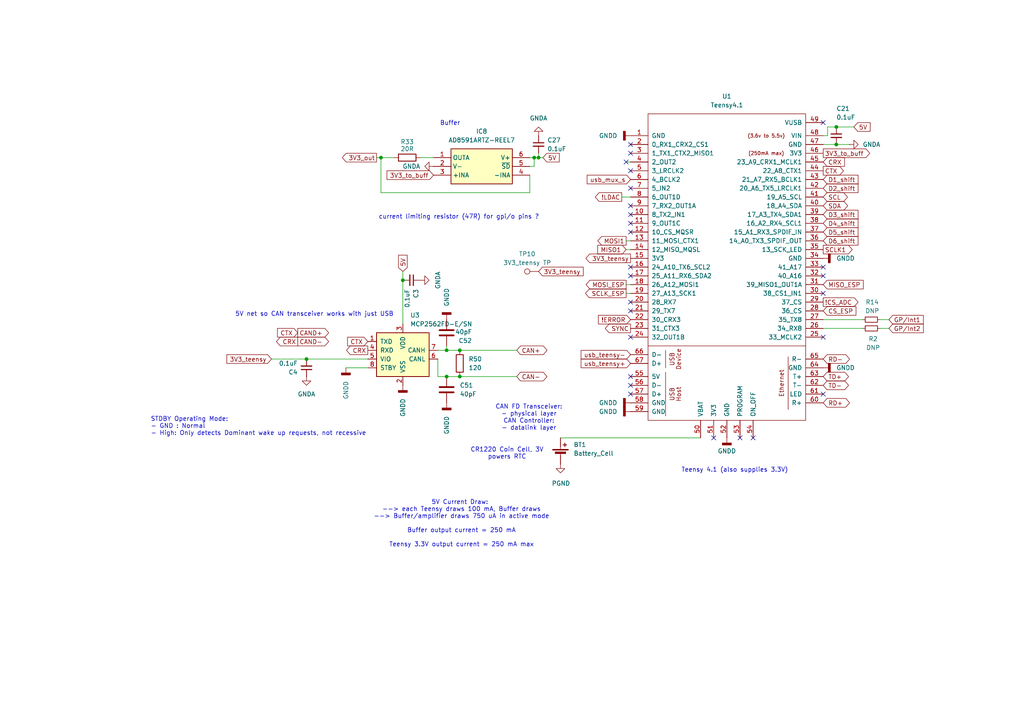
<source format=kicad_sch>
(kicad_sch (version 20250114) (generator "eeschema") (generator_version "9.0")
  (paper "A4")
  (lib_symbols
    (symbol "22XT_Main:AD8591ARTZ-REEL7"
      (property "Reference" "IC" (at 24.13 7.62 0))
      (property "Value" "AD8591ARTZ-REEL7" (at 24.13 5.08 0))
      (symbol "AD8591ARTZ-REEL7_1_1"
        (rectangle (start 5.08 2.54) (end 22.86 -7.62) (stroke (width 0.254)) (fill (type background)))
        (pin passive line (at 0 0 0) (length 5.08) (name "OUTA") (number "1"))
        (pin passive line (at 0 -2.54 0) (length 5.08) (name "V-") (number "2"))
        (pin passive line (at 0 -5.08 0) (length 5.08) (name "+INA") (number "3"))
        (pin passive line (at 27.94 0 180) (length 5.08) (name "V+") (number "6"))
        (pin passive line (at 27.94 -2.54 180) (length 5.08) (name "~{SD}") (number "5"))
        (pin passive line (at 27.94 -5.08 180) (length 5.08) (name "-INA") (number "4"))
      )
    )
    (symbol "22XT_Main:Teensy4.1" (pin_names (offset 1.016))
      (property "Reference" "U" (at 0 64.77 0))
      (property "Value" "Teensy4.1" (at 0 62.23 0))
      (symbol "Teensy4.1_0_0"
        (polyline (pts (xy -22.86 -6.35) (xy 22.86 -6.35)))
        (polyline (pts (xy -17.78 -7.62) (xy -17.78 -12.7)))
        (polyline (pts (xy -17.78 -26.67) (xy -17.78 -13.97)))
        (polyline (pts (xy 17.78 -9.525) (xy 17.78 -24.765)))
        (text "USB" (at -15.875 -10.16 900) (effects (font (size 1.27 1.27))))
        (text "USB" (at -15.875 -20.32 900) (effects (font (size 1.27 1.27))))
        (text "Device" (at -13.97 -10.16 900) (effects (font (size 1.27 1.27))))
        (text "Host" (at -13.97 -20.32 900) (effects (font (size 1.27 1.27))))
        (text "(3.6v to 5.5v)" (at 11.43 54.61 0) (effects (font (size 1.016 1.016))))
        (text "(250mA max)" (at 11.43 49.53 0) (effects (font (size 1.016 1.016))))
        (text "Ethernet" (at 15.875 -17.145 900) (effects (font (size 1.27 1.27))))
        (pin bidirectional line (at -27.94 44.45 0) (length 5.08) (name "3_LRCLK2") (number "5"))
        (pin bidirectional line (at -27.94 41.91 0) (length 5.08) (name "4_BCLK2") (number "6"))
        (pin bidirectional line (at -27.94 39.37 0) (length 5.08) (name "5_IN2") (number "7"))
        (pin bidirectional line (at -27.94 36.83 0) (length 5.08) (name "6_OUT1D") (number "8"))
        (pin bidirectional line (at -27.94 34.29 0) (length 5.08) (name "7_RX2_OUT1A") (number "9"))
        (pin bidirectional line (at -27.94 31.75 0) (length 5.08) (name "8_TX2_IN1") (number "10"))
        (pin bidirectional line (at -27.94 29.21 0) (length 5.08) (name "9_OUT1C") (number "11"))
        (pin bidirectional line (at -27.94 26.67 0) (length 5.08) (name "10_CS_MQSR") (number "12"))
        (pin bidirectional line (at -27.94 24.13 0) (length 5.08) (name "11_MOSI_CTX1") (number "13"))
        (pin bidirectional line (at -27.94 21.59 0) (length 5.08) (name "12_MISO_MQSL") (number "14"))
        (pin power_in line (at -27.94 19.05 0) (length 5.08) (name "3V3") (number "15"))
        (pin bidirectional line (at -27.94 16.51 0) (length 5.08) (name "24_A10_TX6_SCL2") (number "16"))
        (pin bidirectional line (at -27.94 13.97 0) (length 5.08) (name "25_A11_RX6_SDA2") (number "17"))
        (pin bidirectional line (at -27.94 11.43 0) (length 5.08) (name "26_A12_MOSI1") (number "18"))
        (pin bidirectional line (at -27.94 8.89 0) (length 5.08) (name "27_A13_SCK1") (number "19"))
        (pin bidirectional line (at -27.94 6.35 0) (length 5.08) (name "28_RX7") (number "20"))
        (pin bidirectional line (at -27.94 3.81 0) (length 5.08) (name "29_TX7") (number "21"))
        (pin bidirectional line (at -27.94 1.27 0) (length 5.08) (name "30_CRX3") (number "22"))
        (pin bidirectional line (at -27.94 -1.27 0) (length 5.08) (name "31_CTX3") (number "23"))
        (pin bidirectional line (at -27.94 -3.81 0) (length 5.08) (name "32_OUT1B") (number "24"))
        (pin bidirectional line (at -27.94 -8.89 0) (length 5.08) (name "D-") (number "66"))
        (pin bidirectional line (at -27.94 -11.43 0) (length 5.08) (name "D+") (number "67"))
        (pin power_out line (at -27.94 -15.24 0) (length 5.08) (name "5V") (number "55"))
        (pin bidirectional line (at -27.94 -17.78 0) (length 5.08) (name "D-") (number "56"))
        (pin bidirectional line (at -27.94 -20.32 0) (length 5.08) (name "D+") (number "57"))
        (pin power_in line (at -27.94 -22.86 0) (length 5.08) (name "GND") (number "58"))
        (pin power_in line (at -27.94 -25.4 0) (length 5.08) (name "GND") (number "59"))
        (pin power_in line (at -7.62 -33.02 90) (length 5.08) (name "VBAT") (number "50"))
        (pin power_in line (at -3.81 -33.02 90) (length 5.08) (name "3V3") (number "51"))
        (pin input line (at 0 -33.02 90) (length 5.08) (name "GND") (number "52"))
        (pin input line (at 3.81 -33.02 90) (length 5.08) (name "PROGRAM") (number "53"))
        (pin input line (at 7.62 -33.02 90) (length 5.08) (name "ON_OFF") (number "54"))
        (pin power_out line (at 27.94 58.42 180) (length 5.08) (name "VUSB") (number "49"))
        (pin power_in line (at 27.94 54.61 180) (length 5.08) (name "VIN") (number "48"))
        (pin output line (at 27.94 52.07 180) (length 5.08) (name "GND") (number "47"))
        (pin output line (at 27.94 49.53 180) (length 5.08) (name "3V3") (number "46"))
        (pin bidirectional line (at 27.94 46.99 180) (length 5.08) (name "23_A9_CRX1_MCLK1") (number "45"))
        (pin bidirectional line (at 27.94 44.45 180) (length 5.08) (name "22_A8_CTX1") (number "44"))
        (pin bidirectional line (at 27.94 41.91 180) (length 5.08) (name "21_A7_RX5_BCLK1") (number "43"))
        (pin bidirectional line (at 27.94 39.37 180) (length 5.08) (name "20_A6_TX5_LRCLK1") (number "42"))
        (pin bidirectional line (at 27.94 36.83 180) (length 5.08) (name "19_A5_SCL") (number "41"))
        (pin bidirectional line (at 27.94 34.29 180) (length 5.08) (name "18_A4_SDA") (number "40"))
        (pin bidirectional line (at 27.94 31.75 180) (length 5.08) (name "17_A3_TX4_SDA1") (number "39"))
        (pin bidirectional line (at 27.94 29.21 180) (length 5.08) (name "16_A2_RX4_SCL1") (number "38"))
        (pin bidirectional line (at 27.94 26.67 180) (length 5.08) (name "15_A1_RX3_SPDIF_IN") (number "37"))
        (pin bidirectional line (at 27.94 24.13 180) (length 5.08) (name "14_A0_TX3_SPDIF_OUT") (number "36"))
        (pin bidirectional line (at 27.94 21.59 180) (length 5.08) (name "13_SCK_LED") (number "35"))
        (pin bidirectional line (at 27.94 16.51 180) (length 5.08) (name "41_A17") (number "33"))
        (pin bidirectional line (at 27.94 13.97 180) (length 5.08) (name "40_A16") (number "32"))
        (pin bidirectional line (at 27.94 11.43 180) (length 5.08) (name "39_MISO1_OUT1A") (number "31"))
        (pin bidirectional line (at 27.94 8.89 180) (length 5.08) (name "38_CS1_IN1") (number "30"))
        (pin bidirectional line (at 27.94 6.35 180) (length 5.08) (name "37_CS") (number "29"))
        (pin bidirectional line (at 27.94 3.81 180) (length 5.08) (name "36_CS") (number "28"))
        (pin bidirectional line (at 27.94 1.27 180) (length 5.08) (name "35_TX8") (number "27"))
        (pin bidirectional line (at 27.94 -1.27 180) (length 5.08) (name "34_RX8") (number "26"))
        (pin bidirectional line (at 27.94 -3.81 180) (length 5.08) (name "33_MCLK2") (number "25"))
        (pin bidirectional line (at 27.94 -10.16 180) (length 5.08) (name "R-") (number "65"))
        (pin power_in line (at 27.94 -12.7 180) (length 5.08) (name "GND") (number "64"))
        (pin bidirectional line (at 27.94 -15.24 180) (length 5.08) (name "T+") (number "63"))
        (pin bidirectional line (at 27.94 -17.78 180) (length 5.08) (name "T-") (number "62"))
        (pin bidirectional line (at 27.94 -20.32 180) (length 5.08) (name "LED") (number "61"))
        (pin bidirectional line (at 27.94 -22.86 180) (length 5.08) (name "R+") (number "60"))
      )
      (symbol "Teensy4.1_0_1"
        (rectangle (start -22.86 60.96) (end 22.86 -27.94))
        (rectangle (start -20.32 -1.27) (end -20.32 -1.27))
      )
      (symbol "Teensy4.1_1_1"
        (pin power_in line (at -27.94 54.61 0) (length 5.08) (name "GND") (number "1"))
        (pin bidirectional line (at -27.94 52.07 0) (length 5.08) (name "0_RX1_CRX2_CS1") (number "2"))
        (pin bidirectional line (at -27.94 49.53 0) (length 5.08) (name "1_TX1_CTX2_MISO1") (number "3"))
        (pin bidirectional line (at -27.94 46.99 0) (length 5.08) (name "2_OUT2") (number "4"))
        (pin power_in line (at 27.94 19.05 180) (length 5.08) (name "GND") (number "34"))
      )
    )
    (symbol "Connector:TestPoint" (pin_numbers (hide yes)) (pin_names (offset 0.762) (hide yes))
      (property "Reference" "TP" (at 0 6.858 0))
      (property "Value" "TestPoint" (at 0 5.08 0))
      (symbol "TestPoint_0_1"
        (circle (center 0 3.302) (radius 0.762))
      )
      (symbol "TestPoint_1_1"
        (pin passive line (at 0 0 90) (length 2.54) (name "1") (number "1"))
      )
    )
    (symbol "Device:Battery_Cell" (pin_numbers (hide yes)) (pin_names (offset 0) (hide yes))
      (property "Reference" "BT" (at 2.54 2.54 0))
      (property "Value" "Battery_Cell" (at 2.54 0 0))
      (symbol "Battery_Cell_0_1"
        (rectangle (start -2.286 1.778) (end 2.286 1.524) (fill (type outline)))
        (rectangle (start -1.524 1.016) (end 1.524 0.508) (fill (type outline)))
        (polyline (pts (xy 0 1.778) (xy 0 2.54)))
        (polyline (pts (xy 0 0.762) (xy 0 0)))
        (polyline (pts (xy 0.762 3.048) (xy 1.778 3.048)) (stroke (width 0.254)))
        (polyline (pts (xy 1.27 3.556) (xy 1.27 2.54)) (stroke (width 0.254)))
      )
      (symbol "Battery_Cell_1_1"
        (pin passive line (at 0 5.08 270) (length 2.54) (name "+") (number "1"))
        (pin passive line (at 0 -2.54 90) (length 2.54) (name "-") (number "2"))
      )
    )
    (symbol "Device:C" (pin_numbers (hide yes)) (pin_names (offset 0.254))
      (property "Reference" "C" (at 0.635 2.54 0))
      (property "Value" "C" (at 0.635 -2.54 0))
      (symbol "C_0_1"
        (polyline (pts (xy -2.032 0.762) (xy 2.032 0.762)) (stroke (width 0.508)))
        (polyline (pts (xy -2.032 -0.762) (xy 2.032 -0.762)) (stroke (width 0.508)))
      )
      (symbol "C_1_1"
        (pin passive line (at 0 3.81 270) (length 2.794) (name "~") (number "1"))
        (pin passive line (at 0 -3.81 90) (length 2.794) (name "~") (number "2"))
      )
    )
    (symbol "Device:C_Small" (pin_numbers (hide yes)) (pin_names (offset 0.254) (hide yes))
      (property "Reference" "C" (at 0.254 1.778 0))
      (property "Value" "C_Small" (at 0.254 -2.032 0))
      (symbol "C_Small_0_1"
        (polyline (pts (xy -1.524 0.508) (xy 1.524 0.508)) (stroke (width 0.3048)))
        (polyline (pts (xy -1.524 -0.508) (xy 1.524 -0.508)) (stroke (width 0.3302)))
      )
      (symbol "C_Small_1_1"
        (pin passive line (at 0 2.54 270) (length 2.032) (name "~") (number "1"))
        (pin passive line (at 0 -2.54 90) (length 2.032) (name "~") (number "2"))
      )
    )
    (symbol "Device:R" (pin_numbers (hide yes)) (pin_names (offset 0))
      (property "Reference" "R" (at 2.032 0 90))
      (property "Value" "R" (at 0 0 90))
      (symbol "R_0_1"
        (rectangle (start -1.016 -2.54) (end 1.016 2.54) (stroke (width 0.254)))
      )
      (symbol "R_1_1"
        (pin passive line (at 0 3.81 270) (length 1.27) (name "~") (number "1"))
        (pin passive line (at 0 -3.81 90) (length 1.27) (name "~") (number "2"))
      )
    )
    (symbol "Device:R_Small" (pin_numbers (hide yes)) (pin_names (offset 0.254) (hide yes))
      (property "Reference" "R" (at 0.762 0.508 0))
      (property "Value" "R_Small" (at 0.762 -1.016 0))
      (symbol "R_Small_0_1"
        (rectangle (start -0.762 1.778) (end 0.762 -1.778) (stroke (width 0.2032)))
      )
      (symbol "R_Small_1_1"
        (pin passive line (at 0 2.54 270) (length 0.762) (name "~") (number "1"))
        (pin passive line (at 0 -2.54 90) (length 0.762) (name "~") (number "2"))
      )
    )
    (symbol "Interface_CAN_LIN:SN65HVD230" (pin_names (offset 1.016))
      (property "Reference" "U3" (at 2.1433 10.16 0))
      (property "Value" "MCP2562FD-E/SN" (at 2.1433 7.62 0))
      (symbol "SN65HVD230_0_1"
        (rectangle (start -7.62 5.08) (end 7.62 -7.62) (stroke (width 0.254)) (fill (type background)))
      )
      (symbol "SN65HVD230_1_1"
        (pin input line (at -10.16 2.54 0) (length 2.54) (name "TXD") (number "1"))
        (pin output line (at -10.16 0 0) (length 2.54) (name "RXD") (number "4"))
        (pin output line (at -10.16 -2.54 0) (length 2.54) (name "VIO") (number "5"))
        (pin input line (at -10.16 -5.08 0) (length 2.54) (name "STBY") (number "8"))
        (pin power_in line (at 0 7.62 270) (length 2.54) (name "VDD") (number "3"))
        (pin power_in line (at 0 -10.16 90) (length 2.54) (name "VSS") (number "2"))
        (pin bidirectional line (at 10.16 0 180) (length 2.54) (name "CANH") (number "7"))
        (pin bidirectional line (at 10.16 -2.54 180) (length 2.54) (name "CANL") (number "6"))
      )
    )
    (symbol "power:GND" (power) (pin_numbers (hide yes)) (pin_names (offset 0) (hide yes))
      (property "Value" "GND" (at 0 -3.81 0))
      (symbol "GND_0_1"
        (polyline (pts (xy 0 0) (xy 0 -1.27) (xy 1.27 -1.27) (xy 0 -2.54) (xy -1.27 -1.27) (xy 0 -1.27)))
      )
      (symbol "GND_1_1"
        (pin power_in line (at 0 0 270) (length 0) (name "~") (number "1"))
      )
    )
    (symbol "power:GNDA" (power) (pin_numbers (hide yes)) (pin_names (offset 0) (hide yes))
      (property "Value" "GNDA" (at 0 -3.81 0))
      (symbol "GNDA_0_1"
        (polyline (pts (xy 0 0) (xy 0 -1.27) (xy 1.27 -1.27) (xy 0 -2.54) (xy -1.27 -1.27) (xy 0 -1.27)))
      )
      (symbol "GNDA_1_1"
        (pin power_in line (at 0 0 270) (length 0) (name "~") (number "1"))
      )
    )
    (symbol "power:GNDD" (power) (pin_numbers (hide yes)) (pin_names (offset 0) (hide yes))
      (property "Value" "GNDD" (at 0 -3.175 0))
      (symbol "GNDD_0_1"
        (rectangle (start -1.27 -1.524) (end 1.27 -2.032) (stroke (width 0.254)) (fill (type outline)))
        (polyline (pts (xy 0 0) (xy 0 -1.524)))
      )
      (symbol "GNDD_1_1"
        (pin power_in line (at 0 0 270) (length 0) (name "~") (number "1"))
      )
    )
  )
  (text "Buffer\n" (at 130.556 35.814 0) (effects (font (size 1.27 1.27))))
  (text "5V Current Draw: \n--> each Teensy draws 100 mA, Buffer draws\n--> Buffer/amplifier draws 750 uA in active mode\n\nBuffer output current = 250 mA\n\nTeensy 3.3V output current = 250 mA max\n" (at 133.858 151.892 0) (effects (font (size 1.27 1.27))))
  (text "STDBY Operating Mode:\n- GND : Normal \n- High: Only detects Dominant wake up requests, not recessive" (at 43.688 123.698 0) (effects (font (size 1.27 1.27)) (justify left)))
  (text "CR1220 Coin Cell, 3V\npowers RTC" (at 147.066 131.572 0) (effects (font (size 1.27 1.27))))
  (text "Teensy 4.1 (also supplies 3.3V)" (at 213.106 136.398 0) (effects (font (size 1.27 1.27))))
  (text "5V net so CAN transceiver works with just USB" (at 91.186 91.186 0) (effects (font (size 1.27 1.27))))
  (text "CAN FD Transceiver:\n- physical layer\nCAN Controller:\n- datalink layer" (at 153.416 121.158 0) (effects (font (size 1.27 1.27))))
  (text "current limiting resistor (47R) for gpi/o pins ?" (at 133.096 62.992 0) (effects (font (size 1.27 1.27))))
  (junction (at 129.54 109.22))
  (junction (at 88.9 104.14))
  (junction (at 242.57 36.83))
  (junction (at 116.84 81.28))
  (junction (at 129.54 101.6))
  (junction (at 156.21 45.72))
  (junction (at 242.57 41.91))
  (junction (at 154.94 45.72))
  (junction (at 133.35 101.6))
  (junction (at 133.35 109.22))
  (junction (at 110.49 45.72))
  (no_connect (at 182.88 62.23))
  (no_connect (at 182.88 109.22))
  (no_connect (at 238.76 85.09))
  (no_connect (at 238.76 35.56))
  (no_connect (at 182.88 114.3))
  (no_connect (at 182.88 41.91))
  (no_connect (at 182.88 49.53))
  (no_connect (at 182.88 54.61))
  (no_connect (at 218.44 127))
  (no_connect (at 238.76 114.3))
  (no_connect (at 182.88 77.47))
  (no_connect (at 207.01 127))
  (no_connect (at 238.76 80.01))
  (no_connect (at 182.88 64.77))
  (no_connect (at 182.88 97.79))
  (no_connect (at 214.63 127))
  (no_connect (at 181.61 46.99))
  (no_connect (at 238.76 77.47))
  (no_connect (at 238.76 97.79))
  (no_connect (at 182.88 44.45))
  (no_connect (at 182.88 111.76))
  (no_connect (at 182.88 59.69))
  (no_connect (at 182.88 80.01))
  (no_connect (at 182.88 90.17))
  (no_connect (at 182.88 67.31))
  (no_connect (at 182.88 87.63))
  (wire (pts (xy 250.19 92.71) (xy 238.76 92.71)))
  (wire (pts (xy 133.35 109.22) (xy 129.54 109.22)))
  (wire (pts (xy 156.21 44.45) (xy 156.21 45.72)))
  (wire (pts (xy 121.92 45.72) (xy 125.73 45.72)))
  (wire (pts (xy 110.49 45.72) (xy 110.49 55.88)))
  (wire (pts (xy 153.67 50.8) (xy 153.67 55.88)))
  (wire (pts (xy 88.9 104.14) (xy 106.68 104.14)))
  (wire (pts (xy 153.67 45.72) (xy 154.94 45.72)))
  (wire (pts (xy 149.86 101.6) (xy 133.35 101.6)))
  (wire (pts (xy 100.33 106.68) (xy 106.68 106.68)))
  (wire (pts (xy 154.94 45.72) (xy 154.94 48.26)))
  (wire (pts (xy 246.38 41.91) (xy 242.57 41.91)))
  (wire (pts (xy 129.54 101.6) (xy 127 101.6)))
  (wire (pts (xy 114.3 45.72) (xy 110.49 45.72)))
  (wire (pts (xy 109.22 45.72) (xy 110.49 45.72)))
  (wire (pts (xy 180.34 57.15) (xy 182.88 57.15)))
  (wire (pts (xy 242.57 41.91) (xy 238.76 41.91)))
  (wire (pts (xy 127 109.22) (xy 127 104.14)))
  (wire (pts (xy 133.35 101.6) (xy 129.54 101.6)))
  (wire (pts (xy 162.56 127) (xy 203.2 127)))
  (wire (pts (xy 156.21 45.72) (xy 157.48 45.72)))
  (wire (pts (xy 78.74 104.14) (xy 88.9 104.14)))
  (wire (pts (xy 116.84 78.74) (xy 116.84 81.28)))
  (wire (pts (xy 242.57 36.83) (xy 240.03 36.83)))
  (wire (pts (xy 129.54 109.22) (xy 127 109.22)))
  (wire (pts (xy 255.27 95.25) (xy 257.81 95.25)))
  (wire (pts (xy 181.61 69.85) (xy 182.88 69.85)))
  (wire (pts (xy 116.84 81.28) (xy 116.84 93.98)))
  (wire (pts (xy 255.27 92.71) (xy 257.81 92.71)))
  (wire (pts (xy 129.54 100.33) (xy 129.54 101.6)))
  (wire (pts (xy 181.61 72.39) (xy 182.88 72.39)))
  (wire (pts (xy 181.61 85.09) (xy 182.88 85.09)))
  (wire (pts (xy 247.65 36.83) (xy 242.57 36.83)))
  (wire (pts (xy 181.61 82.55) (xy 182.88 82.55)))
  (wire (pts (xy 240.03 39.37) (xy 238.76 39.37)))
  (wire (pts (xy 250.19 95.25) (xy 238.76 95.25)))
  (wire (pts (xy 181.61 46.99) (xy 182.88 46.99)))
  (wire (pts (xy 154.94 48.26) (xy 153.67 48.26)))
  (wire (pts (xy 153.67 55.88) (xy 110.49 55.88)))
  (wire (pts (xy 149.86 109.22) (xy 133.35 109.22)))
  (wire (pts (xy 154.94 45.72) (xy 156.21 45.72)))
  (wire (pts (xy 240.03 36.83) (xy 240.03 39.37)))
  (global_label "MISO_ESP" (shape input) (at 238.76 82.55 0) (property "Intersheetrefs" "${INTERSHEET_REFS}" (effects (hide yes))))
  (global_label "RD+" (shape bidirectional) (at 238.76 116.84 0) (property "Intersheetrefs" "${INTERSHEET_REFS}" (effects (hide yes))))
  (global_label "usb_mux_s" (shape input) (at 182.88 52.07 180) (property "Intersheetrefs" "${INTERSHEET_REFS}" (effects (hide yes))))
  (global_label "D1_shift" (shape input) (at 238.76 52.07 0) (property "Intersheetrefs" "${INTERSHEET_REFS}" (effects (hide yes))))
  (global_label "CTX" (shape output) (at 238.76 49.53 0) (property "Intersheetrefs" "${INTERSHEET_REFS}" (effects (hide yes))))
  (global_label "TD-" (shape bidirectional) (at 238.76 111.76 0) (property "Intersheetrefs" "${INTERSHEET_REFS}" (effects (hide yes))))
  (global_label "D6_shift" (shape input) (at 238.76 69.85 0) (property "Intersheetrefs" "${INTERSHEET_REFS}" (effects (hide yes))))
  (global_label "!ERROR" (shape input) (at 182.88 92.71 180) (property "Intersheetrefs" "${INTERSHEET_REFS}" (effects (hide yes))))
  (global_label "CRX" (shape output) (at 106.68 101.6 180) (property "Intersheetrefs" "${INTERSHEET_REFS}" (effects (hide yes))))
  (global_label "MOSI_ESP" (shape output) (at 181.61 82.55 180) (property "Intersheetrefs" "${INTERSHEET_REFS}" (effects (hide yes))))
  (global_label "CAN+" (shape bidirectional) (at 149.86 101.6 0) (property "Intersheetrefs" "${INTERSHEET_REFS}" (effects (hide yes))))
  (global_label "3V3_to_buff" (shape input) (at 125.73 50.8 180) (property "Intersheetrefs" "${INTERSHEET_REFS}" (effects (hide yes))))
  (global_label "CAN-" (shape bidirectional) (at 149.86 109.22 0) (property "Intersheetrefs" "${INTERSHEET_REFS}" (effects (hide yes))))
  (global_label "TD+" (shape bidirectional) (at 238.76 109.22 0) (property "Intersheetrefs" "${INTERSHEET_REFS}" (effects (hide yes))))
  (global_label "3V3_teensy" (shape input) (at 78.74 104.14 180) (property "Intersheetrefs" "${INTERSHEET_REFS}" (effects (hide yes))))
  (global_label "3V3_teensy" (shape input) (at 156.21 78.74 0) (property "Intersheetrefs" "${INTERSHEET_REFS}" (effects (hide yes))))
  (global_label "SCLK_ESP" (shape output) (at 181.61 85.09 180) (property "Intersheetrefs" "${INTERSHEET_REFS}" (effects (hide yes))))
  (global_label "usb_teensy-" (shape input) (at 182.88 102.87 180) (property "Intersheetrefs" "${INTERSHEET_REFS}" (effects (hide yes))))
  (global_label "SCL" (shape bidirectional) (at 238.76 57.15 0) (property "Intersheetrefs" "${INTERSHEET_REFS}" (effects (hide yes))))
  (global_label "usb_teensy+" (shape input) (at 182.88 105.41 180) (property "Intersheetrefs" "${INTERSHEET_REFS}" (effects (hide yes))))
  (global_label "CS_ESP" (shape input) (at 238.76 90.17 0) (property "Intersheetrefs" "${INTERSHEET_REFS}" (effects (hide yes))))
  (global_label "!LDAC" (shape output) (at 180.34 57.15 180) (property "Intersheetrefs" "${INTERSHEET_REFS}" (effects (hide yes))))
  (global_label "5V" (shape input) (at 247.65 36.83 0) (property "Intersheetrefs" "${INTERSHEET_REFS}" (effects (hide yes))))
  (global_label "3V3_to_buff" (shape output) (at 238.76 44.45 0) (property "Intersheetrefs" "${INTERSHEET_REFS}" (effects (hide yes))))
  (global_label "SDA" (shape bidirectional) (at 238.76 59.69 0) (property "Intersheetrefs" "${INTERSHEET_REFS}" (effects (hide yes))))
  (global_label "CTX" (shape input) (at 106.68 99.06 180) (property "Intersheetrefs" "${INTERSHEET_REFS}" (effects (hide yes))))
  (global_label "D4_shift" (shape input) (at 238.76 64.77 0) (property "Intersheetrefs" "${INTERSHEET_REFS}" (effects (hide yes))))
  (global_label "CAND+" (shape output) (at 86.36 96.52 0) (property "Intersheetrefs" "${INTERSHEET_REFS}" (effects (hide yes))))
  (global_label "MOSI1" (shape output) (at 181.61 69.85 180) (property "Intersheetrefs" "${INTERSHEET_REFS}" (effects (hide yes))))
  (global_label "RD-" (shape bidirectional) (at 238.76 104.14 0) (property "Intersheetrefs" "${INTERSHEET_REFS}" (effects (hide yes))))
  (global_label "!CS_ADC" (shape output) (at 238.76 87.63 0) (property "Intersheetrefs" "${INTERSHEET_REFS}" (effects (hide yes))))
  (global_label "5V" (shape input) (at 157.48 45.72 0) (property "Intersheetrefs" "${INTERSHEET_REFS}" (effects (hide yes))))
  (global_label "CTX" (shape input) (at 86.36 96.52 180) (property "Intersheetrefs" "${INTERSHEET_REFS}" (effects (hide yes))))
  (global_label "GP{slash}Int2" (shape input) (at 257.81 95.25 0) (property "Intersheetrefs" "${INTERSHEET_REFS}" (effects (hide yes))))
  (global_label "SYNC" (shape output) (at 182.88 95.25 180) (property "Intersheetrefs" "${INTERSHEET_REFS}" (effects (hide yes))))
  (global_label "MISO1" (shape input) (at 181.61 72.39 180) (property "Intersheetrefs" "${INTERSHEET_REFS}" (effects (hide yes))))
  (global_label "CRX" (shape input) (at 238.76 46.99 0) (property "Intersheetrefs" "${INTERSHEET_REFS}" (effects (hide yes))))
  (global_label "CAND-" (shape output) (at 86.36 99.06 0) (property "Intersheetrefs" "${INTERSHEET_REFS}" (effects (hide yes))))
  (global_label "3V3_teensy" (shape output) (at 182.88 74.93 180) (property "Intersheetrefs" "${INTERSHEET_REFS}" (effects (hide yes))))
  (global_label "D2_shift" (shape input) (at 238.76 54.61 0) (property "Intersheetrefs" "${INTERSHEET_REFS}" (effects (hide yes))))
  (global_label "D5_shift" (shape input) (at 238.76 67.31 0) (property "Intersheetrefs" "${INTERSHEET_REFS}" (effects (hide yes))))
  (global_label "CRX" (shape output) (at 86.36 99.06 180) (property "Intersheetrefs" "${INTERSHEET_REFS}" (effects (hide yes))))
  (global_label "3V3_out" (shape output) (at 109.22 45.72 180) (property "Intersheetrefs" "${INTERSHEET_REFS}" (effects (hide yes))))
  (global_label "GP{slash}Int1" (shape input) (at 257.81 92.71 0) (property "Intersheetrefs" "${INTERSHEET_REFS}" (effects (hide yes))))
  (global_label "D3_shift" (shape input) (at 238.76 62.23 0) (property "Intersheetrefs" "${INTERSHEET_REFS}" (effects (hide yes))))
  (global_label "SCLK1" (shape output) (at 238.76 72.39 0) (property "Intersheetrefs" "${INTERSHEET_REFS}" (effects (hide yes))))
  (global_label "5V" (shape input) (at 116.84 78.74 90) (property "Intersheetrefs" "${INTERSHEET_REFS}" (effects (hide yes))))
  (symbol (lib_id "power:GNDA") (at 121.92 81.28 90) (unit 1)
    (property "Reference" "#PWR02" (effects (hide yes)))
    (property "Value" "GNDA" (at 127 81.28 0))
    (property "Description" "Power symbol creates a global label with name \"GNDA\" , analog ground" (effects (hide yes)))
  )
  (symbol (lib_id "Device:Battery_Cell") (at 162.56 132.08 0) (unit 1)
    (property "Reference" "BT1" (at 166.37 128.9684 0) (effects (justify left)))
    (property "Value" "Battery_Cell" (at 166.37 131.5084 0) (effects (justify left)))
    (property "Footprint" "Battery:BatteryHolder_LINX_BAT-HLD-012-SMT" (effects (hide yes)))
    (property "Description" "Single-cell battery" (effects (hide yes)))
  )
  (symbol (lib_id "power:GNDD") (at 238.76 106.68 90) (unit 1)
    (property "Reference" "#PWR036" (effects (hide yes)))
    (property "Value" "GNDD" (at 242.57 106.6799 90) (effects (justify right)))
    (property "Description" "Power symbol creates a global label with name \"GNDD\" , digital ground" (effects (hide yes)))
  )
  (symbol (lib_id "power:GNDD") (at 129.54 116.84 0) (unit 1)
    (property "Reference" "#PWR096" (effects (hide yes)))
    (property "Value" "GNDD" (at 129.5399 120.65 90) (effects (justify right)))
    (property "Description" "Power symbol creates a global label with name \"GNDD\" , digital ground" (effects (hide yes)))
  )
  (symbol (lib_id "power:GNDD") (at 238.76 74.93 90) (unit 1)
    (property "Reference" "#PWR042" (effects (hide yes)))
    (property "Value" "GNDD" (at 242.57 74.9299 90) (effects (justify right)))
    (property "Description" "Power symbol creates a global label with name \"GNDD\" , digital ground" (effects (hide yes)))
  )
  (symbol (lib_id "power:GNDD") (at 182.88 39.37 270) (unit 1)
    (property "Reference" "#PWR014" (effects (hide yes)))
    (property "Value" "GNDD" (at 179.07 39.3699 90) (effects (justify right)))
    (property "Description" "Power symbol creates a global label with name \"GNDD\" , digital ground" (effects (hide yes)))
  )
  (symbol (lib_id "power:GNDA") (at 162.56 134.62 0) (unit 1)
    (property "Reference" "#PWR076" (effects (hide yes)))
    (property "Value" "PGND" (at 160.02 140.208 0) (effects (justify left)))
    (property "Description" "Power symbol creates a global label with name \"GNDA\" , analog ground" (effects (hide yes)))
  )
  (symbol (lib_id "power:GNDA") (at 125.73 48.26 270) (unit 1)
    (property "Reference" "#PWR034" (effects (hide yes)))
    (property "Value" "GNDA" (at 121.92 48.2599 90) (effects (justify right)))
    (property "Description" "Power symbol creates a global label with name \"GNDA\" , analog ground" (effects (hide yes)))
  )
  (symbol (lib_id "22XT_Main:AD8591ARTZ-REEL7") (at 125.73 45.72 0) (unit 1)
    (property "Reference" "IC8" (at 139.7 38.1 0))
    (property "Value" "AD8591ARTZ-REEL7" (at 139.7 40.64 0))
    (property "Footprint" "22XT_Main:SOT95P280X145-6N" (effects (hide yes)))
    (property "Datasheet" "https://ms.componentsearchengine.com/Datasheets/2/AD8591ARTZ-REEL7.pdf" (effects (hide yes)))
    (property "Description" "AD8591ARTZ-REEL7 Analog Devices, Precision, Op Amp, RRIO, 3MHz 1 MHz, 2.5  6 V, 6-Pin SOT-23 CMOS Single-Supply, Rail-to-Rail Input/Output Operational Amplifiers with Shutdown" (effects (hide yes)))
    (property "Height" "1.45" (effects (hide yes)))
    (property "Mouser Part Number" "584-AD8591ARTZ-R7" (effects (hide yes)))
    (property "Mouser Price/Stock" "https://www.mouser.co.uk/ProductDetail/Analog-Devices/AD8591ARTZ-REEL7?qs=%2FtpEQrCGXCzQDNVfr2%252Bf9g%3D%3D" (effects (hide yes)))
    (property "Manufacturer_Name" "Analog Devices" (effects (hide yes)))
    (property "Manufacturer_Part_Number" "AD8591ARTZ-REEL7" (effects (hide yes)))
  )
  (symbol (lib_id "power:GNDD") (at 210.82 127 0) (unit 1)
    (property "Reference" "#PWR035" (effects (hide yes)))
    (property "Value" "GNDD" (at 210.82 130.81 0))
    (property "Description" "Power symbol creates a global label with name \"GNDD\" , digital ground" (effects (hide yes)))
  )
  (symbol (lib_id "Device:R_Small") (at 252.73 95.25 270) (unit 1)
    (property "Reference" "R2" (at 253.238 98.298 90))
    (property "Value" "DNP" (at 253.238 100.838 90))
    (property "Footprint" "Resistor_SMD:R_0402_1005Metric" (effects (hide yes)))
    (property "Description" "Resistor, small symbol" (effects (hide yes)))
  )
  (symbol (lib_id "Device:C_Small") (at 242.57 39.37 0) (unit 1)
    (property "Reference" "C21" (at 242.57 31.496 0) (effects (justify left)))
    (property "Value" "0.1uF" (at 242.57 34.036 0) (effects (justify left)))
    (property "Footprint" "Capacitor_SMD:C_0402_1005Metric" (effects (hide yes)))
    (property "Description" "Unpolarized capacitor, small symbol" (effects (hide yes)))
  )
  (symbol (lib_id "Device:R") (at 118.11 45.72 90) (unit 1)
    (property "Reference" "R33" (at 118.11 41.148 90))
    (property "Value" "20R" (at 118.11 43.18 90))
    (property "Footprint" "Resistor_SMD:R_0402_1005Metric" (effects (hide yes)))
    (property "Description" "Resistor" (effects (hide yes)))
  )
  (symbol (lib_id "Connector:TestPoint") (at 156.21 78.74 90) (unit 1)
    (property "Reference" "TP10" (at 152.908 73.66 90))
    (property "Value" "3V3_teensy TP" (at 152.908 76.2 90))
    (property "Footprint" "TestPoint:TestPoint_Pad_1.0x1.0mm" (effects (hide yes)))
    (property "Description" "test point" (effects (hide yes)))
  )
  (symbol (lib_id "Device:C_Small") (at 119.38 81.28 270) (unit 1)
    (property "Reference" "C3" (at 120.6438 83.82 0) (effects (justify left)))
    (property "Value" "0.1uF" (at 118.1038 83.82 0) (effects (justify left)))
    (property "Footprint" "Capacitor_SMD:C_0402_1005Metric" (effects (hide yes)))
    (property "Description" "Unpolarized capacitor, small symbol" (effects (hide yes)))
  )
  (symbol (lib_id "power:GNDD") (at 129.54 92.71 180) (unit 1)
    (property "Reference" "#PWR097" (effects (hide yes)))
    (property "Value" "GNDD" (at 129.5401 88.9 90) (effects (justify right)))
    (property "Description" "Power symbol creates a global label with name \"GNDD\" , digital ground" (effects (hide yes)))
  )
  (symbol (lib_id "power:GNDD") (at 182.88 116.84 270) (unit 1)
    (property "Reference" "#PWR043" (effects (hide yes)))
    (property "Value" "GNDD" (at 179.07 116.8399 90) (effects (justify right)))
    (property "Description" "Power symbol creates a global label with name \"GNDD\" , digital ground" (effects (hide yes)))
  )
  (symbol (lib_id "power:GNDD") (at 116.84 111.76 0) (unit 1)
    (property "Reference" "#PWR077" (effects (hide yes)))
    (property "Value" "GNDD" (at 116.8399 115.57 90) (effects (justify right)))
    (property "Description" "Power symbol creates a global label with name \"GNDD\" , digital ground" (effects (hide yes)))
  )
  (symbol (lib_id "22XT_Main:Teensy4.1") (at 210.82 93.98 0) (unit 1)
    (property "Reference" "U1" (at 210.82 27.94 0))
    (property "Value" "Teensy4.1" (at 210.82 30.48 0))
    (property "Footprint" "22XT_Main:Teensy41" (effects (hide yes)))
  )
  (symbol (lib_id "Interface_CAN_LIN:SN65HVD230") (at 116.84 101.6 0) (unit 1)
    (property "Reference" "U3" (at 118.9833 91.44 0) (effects (justify left)))
    (property "Value" "MCP2562FD-E/SN" (at 118.9833 93.98 0) (effects (justify left)))
    (property "Footprint" "Package_SO:SOIC-8_3.9x4.9mm_P1.27mm" (effects (hide yes)))
    (property "Datasheet" "http://www.ti.com/lit/ds/symlink/sn65hvd230.pdf" (effects (hide yes)))
    (property "Description" "CAN Bus Transceivers, 3.3V, 1Mbps, Low-Power capabilities, SOIC-8" (effects (hide yes)))
  )
  (symbol (lib_id "Device:C_Small") (at 88.9 106.68 180) (unit 1)
    (property "Reference" "C4" (at 86.36 107.9438 0) (effects (justify left)))
    (property "Value" "0.1uF" (at 86.36 105.4038 0) (effects (justify left)))
    (property "Footprint" "Capacitor_SMD:C_0402_1005Metric" (effects (hide yes)))
    (property "Description" "Unpolarized capacitor, small symbol" (effects (hide yes)))
  )
  (symbol (lib_id "Device:C") (at 129.54 113.03 0) (unit 1)
    (property "Reference" "C51" (at 133.35 111.7599 0) (effects (justify left)))
    (property "Value" "40pF" (at 133.35 114.2999 0) (effects (justify left)))
    (property "Footprint" "Capacitor_SMD:C_0402_1005Metric" (effects (hide yes)))
    (property "Description" "Unpolarized capacitor" (effects (hide yes)))
  )
  (symbol (lib_id "power:GNDA") (at 88.9 109.22 0) (unit 1)
    (property "Reference" "#PWR030" (effects (hide yes)))
    (property "Value" "GNDA" (at 88.9 114.3 0))
    (property "Description" "Power symbol creates a global label with name \"GNDA\" , analog ground" (effects (hide yes)))
  )
  (symbol (lib_id "Device:R_Small") (at 252.73 92.71 270) (unit 1)
    (property "Reference" "R14" (at 252.984 87.63 90))
    (property "Value" "DNP" (at 252.984 90.17 90))
    (property "Footprint" "Resistor_SMD:R_0402_1005Metric" (effects (hide yes)))
    (property "Description" "Resistor, small symbol" (effects (hide yes)))
  )
  (symbol (lib_id "Device:R") (at 133.35 105.41 0) (unit 1)
    (property "Reference" "R50" (at 135.89 104.1399 0) (effects (justify left)))
    (property "Value" "120" (at 135.89 106.6799 0) (effects (justify left)))
    (property "Footprint" "Resistor_SMD:R_1206_3216Metric" (effects (hide yes)))
    (property "Description" "Resistor" (effects (hide yes)))
  )
  (symbol (lib_id "Device:C_Small") (at 156.21 41.91 0) (unit 1)
    (property "Reference" "C27" (at 158.75 40.6462 0) (effects (justify left)))
    (property "Value" "0.1uF" (at 158.75 43.1862 0) (effects (justify left)))
    (property "Footprint" "Capacitor_SMD:C_0402_1005Metric" (effects (hide yes)))
    (property "Description" "Unpolarized capacitor, small symbol" (effects (hide yes)))
  )
  (symbol (lib_id "power:GNDD") (at 182.88 119.38 270) (unit 1)
    (property "Reference" "#PWR044" (effects (hide yes)))
    (property "Value" "GNDD" (at 179.07 119.3799 90) (effects (justify right)))
    (property "Description" "Power symbol creates a global label with name \"GNDD\" , digital ground" (effects (hide yes)))
  )
  (symbol (lib_id "power:GND") (at 246.38 41.91 90) (unit 1)
    (property "Reference" "#PWR012" (effects (hide yes)))
    (property "Value" "GNDA" (at 250.19 41.9099 90) (effects (justify right)))
    (property "Description" "Power symbol creates a global label with name \"GND\" , ground" (effects (hide yes)))
  )
  (symbol (lib_id "Device:C") (at 129.54 96.52 180) (unit 1)
    (property "Reference" "C52" (at 136.906 98.806 0) (effects (justify left)))
    (property "Value" "40pF" (at 136.906 96.266 0) (effects (justify left)))
    (property "Footprint" "Capacitor_SMD:C_0402_1005Metric" (effects (hide yes)))
    (property "Description" "Unpolarized capacitor" (effects (hide yes)))
  )
  (symbol (lib_id "power:GNDA") (at 156.21 39.37 180) (unit 1)
    (property "Reference" "#PWR013" (effects (hide yes)))
    (property "Value" "GNDA" (at 156.21 34.29 0))
    (property "Description" "Power symbol creates a global label with name \"GNDA\" , analog ground" (effects (hide yes)))
  )
  (symbol (lib_id "power:GNDD") (at 100.33 106.68 0) (unit 1)
    (property "Reference" "#PWR078" (effects (hide yes)))
    (property "Value" "GNDD" (at 100.3299 110.49 90) (effects (justify right)))
    (property "Description" "Power symbol creates a global label with name \"GNDD\" , digital ground" (effects (hide yes)))
  )
)
</source>
